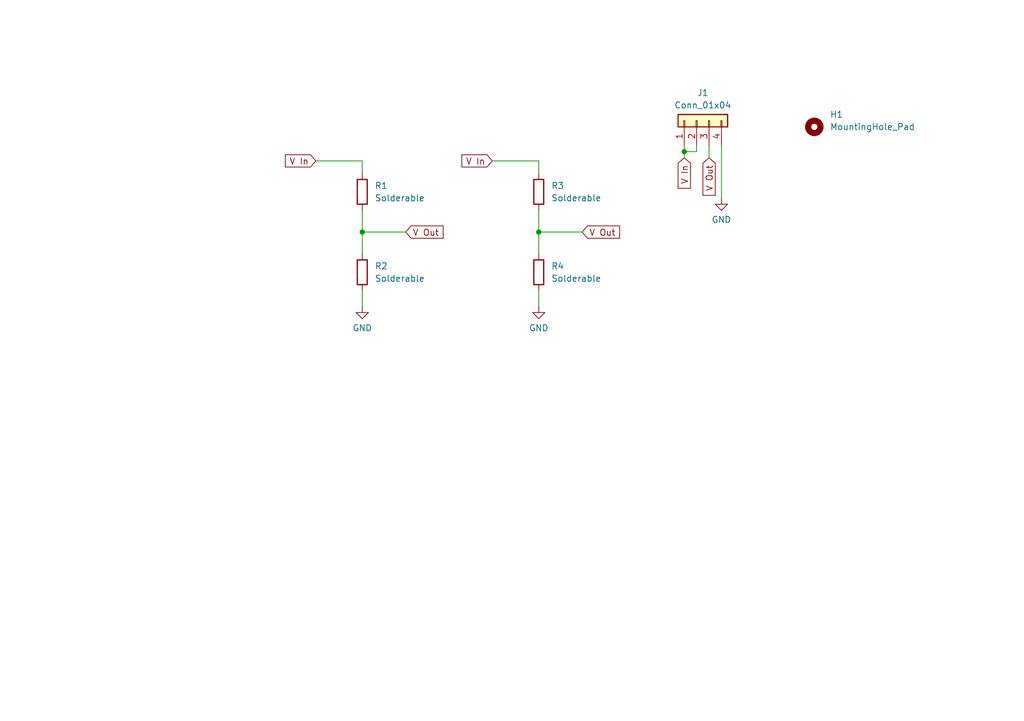
<source format=kicad_sch>
(kicad_sch (version 20230121) (generator eeschema)
  (paper "A5")
  (lib_symbols
    (symbol "Connector_Generic:Conn_01x04" (pin_names (offset 1.016) hide)
      (property "Reference" "J" (at 0 5.08 0))
      (property "Value" "Conn_01x04" (at 0 -7.62 0))
      (symbol "Conn_01x04_1_1"
        (rectangle (start -1.27 -4.953) (end 0 -5.207) (stroke (width 0.1524)))
        (rectangle (start -1.27 -2.413) (end 0 -2.667) (stroke (width 0.1524)))
        (rectangle (start -1.27 0.127) (end 0 -0.127) (stroke (width 0.1524)))
        (rectangle (start -1.27 2.667) (end 0 2.413) (stroke (width 0.1524)))
        (rectangle (start -1.27 3.81) (end 1.27 -6.35) (stroke (width 0.254)) (fill (type background)))
        (pin passive line (at -5.08 2.54 0) (length 3.81) (name "Pin_1") (number "1"))
        (pin passive line (at -5.08 0 0) (length 3.81) (name "Pin_2") (number "2"))
        (pin passive line (at -5.08 -2.54 0) (length 3.81) (name "Pin_3") (number "3"))
        (pin passive line (at -5.08 -5.08 0) (length 3.81) (name "Pin_4") (number "4"))
      )
    )
    (symbol "Device:R" (pin_numbers hide) (pin_names (offset 0))
      (property "Reference" "R" (at 2.032 0 90))
      (property "Value" "R" (at 0 0 90))
      (symbol "R_0_1"
        (rectangle (start -1.016 -2.54) (end 1.016 2.54) (stroke (width 0.254)))
      )
      (symbol "R_1_1"
        (pin passive line (at 0 3.81 270) (length 1.27) (name "~") (number "1"))
        (pin passive line (at 0 -3.81 90) (length 1.27) (name "~") (number "2"))
      )
    )
    (symbol "Mechanical:MountingHole" (pin_names (offset 1.016))
      (property "Reference" "H" (at 0 5.08 0))
      (property "Value" "MountingHole" (at 0 3.175 0))
      (symbol "MountingHole_0_1"
        (circle (center 0 0) (radius 1.27) (stroke (width 1.27)))
      )
    )
    (symbol "power:GND" (power) (pin_names (offset 0))
      (property "Value" "GND" (at 0 -3.81 0))
      (symbol "GND_0_1"
        (polyline (pts (xy 0 0) (xy 0 -1.27) (xy 1.27 -1.27) (xy 0 -2.54) (xy -1.27 -1.27) (xy 0 -1.27)))
      )
      (symbol "GND_1_1"
        (pin power_in line (at 0 0 270) (length 0) hide (name "GND") (number "1"))
      )
    )
  )
  (junction (at 110.49 47.625))
  (junction (at 74.295 47.625))
  (junction (at 140.335 31.115))
  (wire (pts (xy 119.38 47.625) (xy 110.49 47.625)))
  (wire (pts (xy 140.335 29.845) (xy 140.335 31.115)))
  (wire (pts (xy 74.295 59.69) (xy 74.295 62.865)))
  (wire (pts (xy 100.965 33.02) (xy 110.49 33.02)))
  (wire (pts (xy 147.955 29.845) (xy 147.955 40.64)))
  (wire (pts (xy 145.415 29.845) (xy 145.415 32.385)))
  (wire (pts (xy 142.875 29.845) (xy 142.875 31.115)))
  (wire (pts (xy 110.49 47.625) (xy 110.49 52.07)))
  (wire (pts (xy 110.49 43.18) (xy 110.49 47.625)))
  (wire (pts (xy 110.49 33.02) (xy 110.49 35.56)))
  (wire (pts (xy 142.875 31.115) (xy 140.335 31.115)))
  (wire (pts (xy 140.335 31.115) (xy 140.335 32.385)))
  (wire (pts (xy 110.49 59.69) (xy 110.49 62.865)))
  (wire (pts (xy 74.295 43.18) (xy 74.295 47.625)))
  (wire (pts (xy 64.77 33.02) (xy 74.295 33.02)))
  (wire (pts (xy 74.295 33.02) (xy 74.295 35.56)))
  (wire (pts (xy 83.185 47.625) (xy 74.295 47.625)))
  (wire (pts (xy 74.295 47.625) (xy 74.295 52.07)))
  (global_label "V In" (shape input) (at 140.335 32.385 270) (property "Intersheetrefs" "${INTERSHEET_REFS}" (effects hide)))
  (global_label "V Out" (shape input) (at 145.415 32.385 270) (property "Intersheetrefs" "${INTERSHEET_REFS}" (effects hide)))
  (global_label "V In" (shape input) (at 100.965 33.02 180) (property "Intersheetrefs" "${INTERSHEET_REFS}" (effects hide)))
  (global_label "V Out" (shape input) (at 119.38 47.625 0) (property "Intersheetrefs" "${INTERSHEET_REFS}" (effects hide)))
  (global_label "V In" (shape input) (at 64.77 33.02 180) (property "Intersheetrefs" "${INTERSHEET_REFS}" (effects hide)))
  (global_label "V Out" (shape input) (at 83.185 47.625 0) (property "Intersheetrefs" "${INTERSHEET_REFS}" (effects hide)))
  (symbol (lib_id "Device:R") (at 110.49 39.37 0) (unit 1)
    (property "Reference" "R3" (at 113.03 38.1 0) (effects (justify left)))
    (property "Value" "Solderable" (at 113.03 40.64 0) (effects (justify left)))
    (property "Footprint" "Resistor_SMD:R_0603_1608Metric_Pad0.98x0.95mm_HandSolder" (effects hide))
  )
  (symbol (lib_id "Device:R") (at 110.49 55.88 0) (unit 1)
    (property "Reference" "R4" (at 113.03 54.61 0) (effects (justify left)))
    (property "Value" "Solderable" (at 113.03 57.15 0) (effects (justify left)))
    (property "Footprint" "Resistor_SMD:R_0603_1608Metric_Pad0.98x0.95mm_HandSolder" (effects hide))
  )
  (symbol (lib_id "power:GND") (at 74.295 62.865 0) (unit 1)
    (property "Reference" "#PWR01" (effects hide))
    (property "Value" "GND" (at 74.295 67.31 0))
  )
  (symbol (lib_id "Device:R") (at 74.295 39.37 0) (unit 1)
    (property "Reference" "R1" (at 76.835 38.1 0) (effects (justify left)))
    (property "Value" "Solderable" (at 76.835 40.64 0) (effects (justify left)))
    (property "Footprint" "Resistor_THT:R_Axial_DIN0204_L3.6mm_D1.6mm_P5.08mm_Horizontal" (effects hide))
  )
  (symbol (lib_id "power:GND") (at 147.955 40.64 0) (unit 1)
    (property "Reference" "#PWR03" (effects hide))
    (property "Value" "GND" (at 147.955 45.085 0))
  )
  (symbol (lib_id "Connector_Generic:Conn_01x04") (at 142.875 24.765 90) (unit 1)
    (property "Reference" "J1" (at 144.145 19.05 90))
    (property "Value" "Conn_01x04" (at 144.145 21.59 90))
    (property "Footprint" "Connector_PinHeader_2.54mm:PinHeader_1x04_P2.54mm_Vertical" (effects hide))
  )
  (symbol (lib_id "Mechanical:MountingHole") (at 167.005 26.035 0) (unit 1)
    (property "Reference" "H1" (at 170.18 23.495 0) (effects (justify left)))
    (property "Value" "MountingHole_Pad" (at 170.18 26.035 0) (effects (justify left)))
    (property "Footprint" "MountingHole:MountingHole_2.1mm" (effects hide))
  )
  (symbol (lib_id "power:GND") (at 110.49 62.865 0) (unit 1)
    (property "Reference" "#PWR02" (effects hide))
    (property "Value" "GND" (at 110.49 67.31 0))
  )
  (symbol (lib_id "Device:R") (at 74.295 55.88 0) (unit 1)
    (property "Reference" "R2" (at 76.835 54.61 0) (effects (justify left)))
    (property "Value" "Solderable" (at 76.835 57.15 0) (effects (justify left)))
    (property "Footprint" "Resistor_THT:R_Axial_DIN0204_L3.6mm_D1.6mm_P5.08mm_Horizontal" (effects hide))
  )
)
</source>
